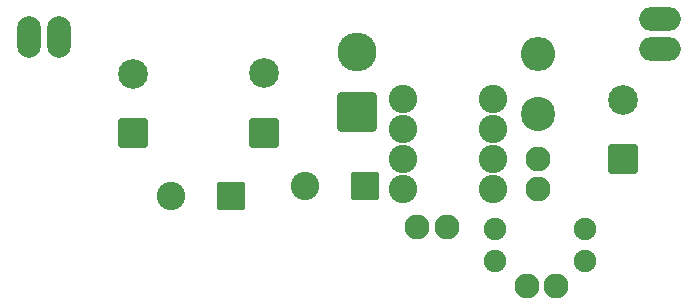
<source format=gbr>
%TF.GenerationSoftware,KiCad,Pcbnew,(6.0.8)*%
%TF.CreationDate,2022-11-19T23:42:55+04:00*%
%TF.ProjectId,MC34063_Buck,4d433334-3036-4335-9f42-75636b2e6b69,rev?*%
%TF.SameCoordinates,Original*%
%TF.FileFunction,Soldermask,Bot*%
%TF.FilePolarity,Negative*%
%FSLAX46Y46*%
G04 Gerber Fmt 4.6, Leading zero omitted, Abs format (unit mm)*
G04 Created by KiCad (PCBNEW (6.0.8)) date 2022-11-19 23:42:55*
%MOMM*%
%LPD*%
G01*
G04 APERTURE LIST*
G04 Aperture macros list*
%AMRoundRect*
0 Rectangle with rounded corners*
0 $1 Rounding radius*
0 $2 $3 $4 $5 $6 $7 $8 $9 X,Y pos of 4 corners*
0 Add a 4 corners polygon primitive as box body*
4,1,4,$2,$3,$4,$5,$6,$7,$8,$9,$2,$3,0*
0 Add four circle primitives for the rounded corners*
1,1,$1+$1,$2,$3*
1,1,$1+$1,$4,$5*
1,1,$1+$1,$6,$7*
1,1,$1+$1,$8,$9*
0 Add four rect primitives between the rounded corners*
20,1,$1+$1,$2,$3,$4,$5,0*
20,1,$1+$1,$4,$5,$6,$7,0*
20,1,$1+$1,$6,$7,$8,$9,0*
20,1,$1+$1,$8,$9,$2,$3,0*%
G04 Aperture macros list end*
%ADD10RoundRect,0.254000X1.000000X-1.000000X1.000000X1.000000X-1.000000X1.000000X-1.000000X-1.000000X0*%
%ADD11C,2.508000*%
%ADD12C,2.108000*%
%ADD13RoundRect,0.254000X1.400000X-1.400000X1.400000X1.400000X-1.400000X1.400000X-1.400000X-1.400000X0*%
%ADD14O,3.308000X3.308000*%
%ADD15RoundRect,0.254000X0.952500X0.952500X-0.952500X0.952500X-0.952500X-0.952500X0.952500X-0.952500X0*%
%ADD16C,2.413000*%
%ADD17C,1.908000*%
%ADD18O,1.908000X1.908000*%
%ADD19C,2.908000*%
%ADD20O,2.908000X2.908000*%
%ADD21O,3.518000X2.018000*%
%ADD22O,2.018000X3.518000*%
G04 APERTURE END LIST*
D10*
%TO.C,C1*%
X150495000Y-79629000D03*
D11*
X150495000Y-74629000D03*
%TD*%
D12*
%TO.C,C2*%
X135572500Y-85407500D03*
X133072500Y-85407500D03*
%TD*%
D10*
%TO.C,C3*%
X120142000Y-77406500D03*
D11*
X120142000Y-72406500D03*
%TD*%
D10*
%TO.C,C4*%
X109029500Y-77470000D03*
D11*
X109029500Y-72470000D03*
%TD*%
D12*
%TO.C,C5*%
X142367000Y-90424000D03*
X144867000Y-90424000D03*
%TD*%
D13*
%TO.C,D1*%
X128016000Y-75692000D03*
D14*
X128016000Y-70612000D03*
%TD*%
D15*
%TO.C,L1*%
X128651000Y-81915000D03*
D16*
X123571000Y-81915000D03*
%TD*%
D15*
%TO.C,L2*%
X117284500Y-82804000D03*
D16*
X112204500Y-82804000D03*
%TD*%
D17*
%TO.C,R1*%
X139700000Y-85598000D03*
D18*
X147320000Y-85598000D03*
%TD*%
D19*
%TO.C,R2*%
X143319500Y-75819000D03*
D20*
X143319500Y-70739000D03*
%TD*%
D17*
%TO.C,R3*%
X139700000Y-88265000D03*
D18*
X147320000Y-88265000D03*
%TD*%
D16*
%TO.C,U1*%
X131889500Y-74549000D03*
X131889500Y-77089000D03*
X131889500Y-79629000D03*
X131889500Y-82169000D03*
X139509500Y-82169000D03*
X139509500Y-79629000D03*
X139509500Y-77089000D03*
X139509500Y-74549000D03*
%TD*%
D12*
%TO.C,C6*%
X143319500Y-79669000D03*
X143319500Y-82169000D03*
%TD*%
D21*
%TO.C,Vin*%
X153670000Y-67818000D03*
X153670000Y-70358000D03*
%TD*%
D22*
%TO.C,Vout*%
X100177600Y-69342000D03*
X102717600Y-69342000D03*
%TD*%
M02*

</source>
